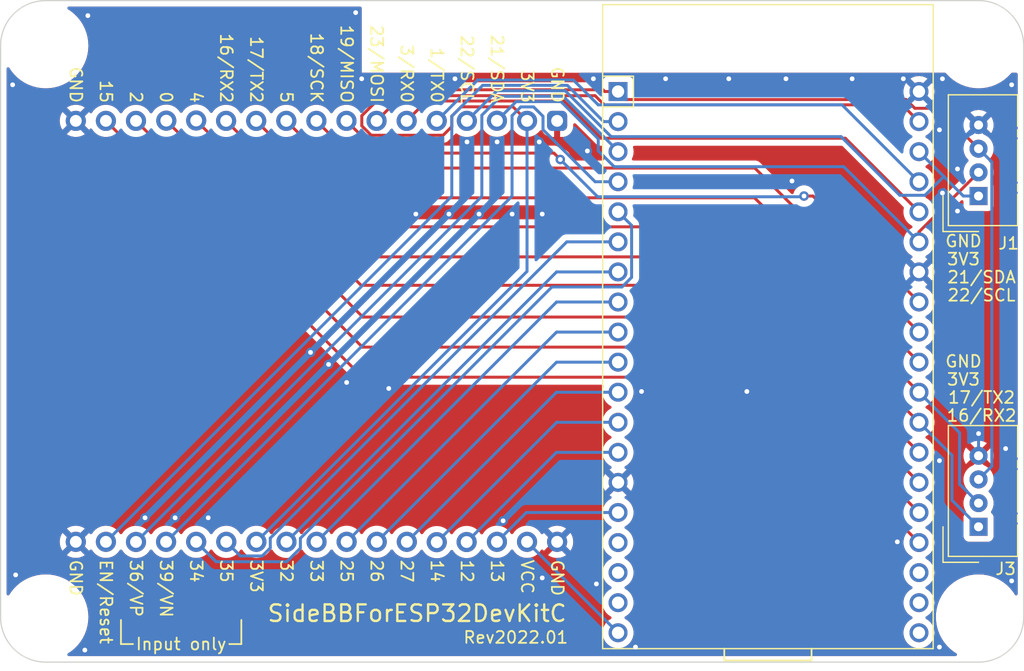
<source format=kicad_pcb>
(kicad_pcb (version 20211014) (generator pcbnew)
  (layers (0 "F.Cu" signal) (31 "B.Cu" signal) (34 "B.Paste" user) (35 "F.Paste" user) (36 "B.SilkS" user "B.Silkscreen") (37 "F.SilkS" user "F.Silkscreen") (38 "B.Mask" user) (39 "F.Mask" user) (44 "Edge.Cuts" user))
  (net 0 "")
  (net 1 "/22_SCL")
  (net 2 "/21_SDA")
  (net 3 "VCC")
  (net 4 "GND")
  (net 5 "+3V3")
  (net 6 "/1_TX0")
  (net 7 "/3_RX0")
  (net 8 "/23_MOSI")
  (net 9 "/19_MISO")
  (net 10 "/18_SCK")
  (net 11 "/5")
  (net 12 "/17_TX2")
  (net 13 "/16_RX2")
  (net 14 "/4")
  (net 15 "/0")
  (net 16 "/2")
  (net 17 "/15")
  (net 18 "/13")
  (net 19 "/12")
  (net 20 "/14")
  (net 21 "/27")
  (net 22 "/26")
  (net 23 "/25")
  (net 24 "/33")
  (net 25 "/32")
  (net 26 "/35")
  (net 27 "/34")
  (net 28 "/39_vn")
  (net 29 "/36_vp")
  (net 30 "/en_reset")
  (footprint "asukiaaa-kicad-footprints:ESP32-DEVKITC-32D" (layer "F.Cu") (at 198.17 55.9416)
    (fp_text reference "U1" hide)
    (fp_text value "ESP32-DEVKITC-32D")
    (fp_line (start 26.6 47.06) (end -1.3 47.06) (layer "F.SilkS") (width 0.12))
    (fp_line (start 16.3322 48.0568) (end 16.3322 47.0662) (layer "F.SilkS") (width 0.15))
    (fp_line (start -1.3 47.06) (end -1.3 -7.34) (layer "F.SilkS") (width 0.12))
    (fp_line (start 8.9662 47.0662) (end 8.9662 48.0568) (layer "F.SilkS") (width 0.15))
    (fp_line (start -1.3 -7.34) (end 26.6 -7.34) (layer "F.SilkS") (width 0.12))
    (fp_line (start 8.9662 48.0568) (end 16.3322 48.0568) (layer "F.SilkS") (width 0.15))
    (fp_line (start -1.3 -1.3) (end 1.3 -1.3) (layer "F.SilkS") (width 0.12))
    (fp_line (start 26.6 -7.34) (end 26.6 47.06) (layer "F.SilkS") (width 0.12))
    (fp_line (start 1.3 1.3) (end -1.3 1.3) (layer "F.SilkS") (width 0.12))
    (fp_line (start 1.3 -1.3) (end 1.3 1.3) (layer "F.SilkS") (width 0.12))
    (pad "1" thru_hole rect locked (at 0 0) (size 1.6 1.6) (drill 1.04) (layers *.Cu *.Mask) (net 5 "+3V3"))
    (pad "2" thru_hole circle locked (at 0 2.54) (size 1.6 1.6) (drill 1.04) (layers *.Cu *.Mask) (net 30 "/en_reset"))
    (pad "3" thru_hole circle locked (at 0 5.08) (size 1.6 1.6) (drill 1.04) (layers *.Cu *.Mask) (net 29 "/36_vp"))
    (pad "4" thru_hole circle locked (at 0 7.62) (size 1.6 1.6) (drill 1.04) (layers *.Cu *.Mask) (net 28 "/39_vn"))
    (pad "5" thru_hole circle locked (at 0 10.16) (size 1.6 1.6) (drill 1.04) (layers *.Cu *.Mask) (net 27 "/34"))
    (pad "6" thru_hole circle locked (at 0 12.7) (size 1.6 1.6) (drill 1.04) (layers *.Cu *.Mask) (net 26 "/35"))
    (pad "7" thru_hole circle locked (at 0 15.24) (size 1.6 1.6) (drill 1.04) (layers *.Cu *.Mask) (net 25 "/32"))
    (pad "8" thru_hole circle locked (at 0 17.78) (size 1.6 1.6) (drill 1.04) (layers *.Cu *.Mask) (net 24 "/33"))
    (pad "9" thru_hole circle locked (at 0 20.32) (size 1.6 1.6) (drill 1.04) (layers *.Cu *.Mask) (net 23 "/25"))
    (pad "10" thru_hole circle locked (at 0 22.86) (size 1.6 1.6) (drill 1.04) (layers *.Cu *.Mask) (net 22 "/26"))
    (pad "11" thru_hole circle locked (at 0 25.4) (size 1.6 1.6) (drill 1.04) (layers *.Cu *.Mask) (net 21 "/27"))
    (pad "12" thru_hole circle locked (at 0 27.94) (size 1.6 1.6) (drill 1.04) (layers *.Cu *.Mask) (net 20 "/14"))
    (pad "13" thru_hole circle locked (at 0 30.48) (size 1.6 1.6) (drill 1.04) (layers *.Cu *.Mask) (net 19 "/12"))
    (pad "14" thru_hole circle locked (at 0 33.02) (size 1.6 1.6) (drill 1.04) (layers *.Cu *.Mask) (net 4 "GND"))
    (pad "15" thru_hole circle locked (at 0 35.56) (size 1.6 1.6) (drill 1.04) (layers *.Cu *.Mask) (net 18 "/13"))
    (pad "16" thru_hole circle locked (at 0 38.1) (size 1.6 1.6) (drill 1.04) (layers *.Cu *.Mask))
    (pad "17" thru_hole circle locked (at 0 40.64) (size 1.6 1.6) (drill 1.04) (layers *.Cu *.Mask))
    (pad "18" thru_hole circle locked (at 0 43.18) (size 1.6 1.6) (drill 1.04) (layers *.Cu *.Mask))
    (pad "19" thru_hole circle locked (at 0 45.72) (size 1.6 1.6) (drill 1.04) (layers *.Cu *.Mask) (net 3 "VCC"))
    (pad "20" thru_hole circle locked (at 25.4 0) (size 1.6 1.6) (drill 1.04) (layers *.Cu *.Mask) (net 4 "GND"))
    (pad "21" thru_hole circle locked (at 25.4 2.54) (size 1.6 1.6) (drill 1.04) (layers *.Cu *.Mask) (net 8 "/23_MOSI"))
    (pad "22" thru_hole circle locked (at 25.4 5.08) (size 1.6 1.6) (drill 1.04) (layers *.Cu *.Mask) (net 1 "/22_SCL"))
    (pad "23" thru_hole circle locked (at 25.4 7.62) (size 1.6 1.6) (drill 1.04) (layers *.Cu *.Mask) (net 6 "/1_TX0"))
    (pad "24" thru_hole circle locked (at 25.4 10.16) (size 1.6 1.6) (drill 1.04) (layers *.Cu *.Mask) (net 7 "/3_RX0"))
    (pad "25" thru_hole circle locked (at 25.4 12.7) (size 1.6 1.6) (drill 1.04) (layers *.Cu *.Mask) (net 2 "/21_SDA"))
    (pad "26" thru_hole circle locked (at 25.4 15.24) (size 1.6 1.6) (drill 1.04) (layers *.Cu *.Mask) (net 4 "GND"))
    (pad "27" thru_hole circle locked (at 25.4 17.78) (size 1.6 1.6) (drill 1.04) (layers *.Cu *.Mask) (net 9 "/19_MISO"))
    (pad "28" thru_hole circle locked (at 25.4 20.32) (size 1.6 1.6) (drill 1.04) (layers *.Cu *.Mask) (net 10 "/18_SCK"))
    (pad "29" thru_hole circle locked (at 25.4 22.86) (size 1.6 1.6) (drill 1.04) (layers *.Cu *.Mask) (net 11 "/5"))
    (pad "30" thru_hole circle locked (at 25.4 25.4) (size 1.6 1.6) (drill 1.04) (layers *.Cu *.Mask) (net 12 "/17_TX2"))
    (pad "31" thru_hole circle locked (at 25.4 27.94) (size 1.6 1.6) (drill 1.04) (layers *.Cu *.Mask) (net 13 "/16_RX2"))
    (pad "32" thru_hole circle locked (at 25.4 30.48) (size 1.6 1.6) (drill 1.04) (layers *.Cu *.Mask) (net 14 "/4"))
    (pad "33" thru_hole circle locked (at 25.4 33.02) (size 1.6 1.6) (drill 1.04) (layers *.Cu *.Mask) (net 15 "/0"))
    (pad "34" thru_hole circle locked (at 25.4 35.56) (size 1.6 1.6) (drill 1.04) (layers *.Cu *.Mask) (net 16 "/2"))
    (pad "35" thru_hole circle locked (at 25.4 38.1) (size 1.6 1.6) (drill 1.04) (layers *.Cu *.Mask) (net 17 "/15"))
    (pad "36" thru_hole circle locked (at 25.4 40.64) (size 1.6 1.6) (drill 1.04) (layers *.Cu *.Mask))
    (pad "37" thru_hole circle locked (at 25.4 43.18) (size 1.6 1.6) (drill 1.04) (layers *.Cu *.Mask))
    (pad "38" thru_hole circle locked (at 25.4 45.72) (size 1.6 1.6) (drill 1.04) (layers *.Cu *.Mask))
  )
  (footprint "MountingHole:MountingHole_3.2mm_M3" (layer "F.Cu") (at 228.6 100.33)
    (fp_text reference "REF2" hide)
    (fp_text value "MountingHole_3.2mm_M3" hide)
    (pad "" np_thru_hole circle locked (at 0 0) (size 3.2 3.2) (drill 3.2) (layers *.Cu *.Mask))
  )
  (footprint "MountingHole:MountingHole_3.2mm_M3" (layer "F.Cu") (at 149.86 52.07)
    (fp_text reference "REF4" hide)
    (fp_text value "MountingHole_3.2mm_M3" hide)
    (pad "" np_thru_hole circle locked (at 0 0) (size 3.2 3.2) (drill 3.2) (layers *.Cu *.Mask))
  )
  (footprint "MountingHole:MountingHole_3.2mm_M3" (layer "F.Cu") (at 149.86 100.33)
    (fp_text reference "REF3" hide)
    (fp_text value "MountingHole_3.2mm_M3" hide)
    (pad "" np_thru_hole circle locked (at 0 0) (size 3.2 3.2) (drill 3.2) (layers *.Cu *.Mask))
  )
  (footprint "Connector:NS-Tech_Grove_1x04_P2mm_Vertical" (layer "F.Cu") (at 228.6 92.71 180)
    (fp_text reference "J3" (at -2.286 -3.556) (layer "F.SilkS"))
    (fp_text value "Grove-I2C-connector")
    (fp_line (start -3.3 0.4) (end -3.3 1) (layer "F.SilkS") (width 0.12))
    (fp_line (start 0 -3) (end 3 -3) (layer "F.SilkS") (width 0.12))
    (fp_line (start 3 -3) (end 3 0) (layer "F.SilkS") (width 0.12))
    (fp_line (start -3.3 1.25) (end -3.3 4.75) (layer "F.SilkS") (width 0.12))
    (fp_line (start -3.3 8.55) (end 2.55 8.55) (layer "F.SilkS") (width 0.12))
    (fp_line (start -3.3 -2.5) (end -3.3 0.15) (layer "F.SilkS") (width 0.12))
    (fp_line (start -3.3 5.9) (end -3.3 8.55) (layer "F.SilkS") (width 0.12))
    (fp_line (start -3.3 5) (end -3.3 5.6) (layer "F.SilkS") (width 0.12))
    (fp_line (start -3.3 -2.5) (end 2.55 -2.5) (layer "F.SilkS") (width 0.12))
    (fp_line (start 2.55 -2.5) (end 2.55 8.55) (layer "F.SilkS") (width 0.12))
    (pad "1" thru_hole rect locked (at 0 0 180) (size 1.524 1.524) (drill 0.762) (layers *.Cu *.Mask) (net 13 "/16_RX2"))
    (pad "2" thru_hole circle locked (at 0 2 180) (size 1.524 1.524) (drill 0.762) (layers *.Cu *.Mask) (net 12 "/17_TX2"))
    (pad "3" thru_hole circle locked (at 0 4 180) (size 1.524 1.524) (drill 0.762) (layers *.Cu *.Mask) (net 5 "+3V3"))
    (pad "4" thru_hole circle locked (at 0 6 180) (size 1.524 1.524) (drill 0.762) (layers *.Cu *.Mask) (net 4 "GND"))
  )
  (footprint "Connector:NS-Tech_Grove_1x04_P2mm_Vertical" (layer "F.Cu") (at 228.6 64.77 180)
    (fp_text reference "J1" (at -2.54 -4) (layer "F.SilkS"))
    (fp_text value "Grove-I2C-connector")
    (fp_line (start -3.3 5.9) (end -3.3 8.55) (layer "F.SilkS") (width 0.12))
    (fp_line (start -3.3 0.4) (end -3.3 1) (layer "F.SilkS") (width 0.12))
    (fp_line (start -3.3 1.25) (end -3.3 4.75) (layer "F.SilkS") (width 0.12))
    (fp_line (start -3.3 -2.5) (end -3.3 0.15) (layer "F.SilkS") (width 0.12))
    (fp_line (start 3 -3) (end 3 0) (layer "F.SilkS") (width 0.12))
    (fp_line (start 2.55 -2.5) (end 2.55 8.55) (layer "F.SilkS") (width 0.12))
    (fp_line (start -3.3 5) (end -3.3 5.6) (layer "F.SilkS") (width 0.12))
    (fp_line (start -3.3 8.55) (end 2.55 8.55) (layer "F.SilkS") (width 0.12))
    (fp_line (start -3.3 -2.5) (end 2.55 -2.5) (layer "F.SilkS") (width 0.12))
    (fp_line (start 0 -3) (end 3 -3) (layer "F.SilkS") (width 0.12))
    (pad "1" thru_hole rect locked (at 0 0 180) (size 1.524 1.524) (drill 0.762) (layers *.Cu *.Mask) (net 1 "/22_SCL"))
    (pad "2" thru_hole circle locked (at 0 2 180) (size 1.524 1.524) (drill 0.762) (layers *.Cu *.Mask) (net 2 "/21_SDA"))
    (pad "3" thru_hole circle locked (at 0 4 180) (size 1.524 1.524) (drill 0.762) (layers *.Cu *.Mask) (net 5 "+3V3"))
    (pad "4" thru_hole circle locked (at 0 6 180) (size 1.524 1.524) (drill 0.762) (layers *.Cu *.Mask) (net 4 "GND"))
  )
  (footprint "asukiaaa-kicad-footprints:mini-bread-board-1x17x2" (layer "F.Cu") (at 172.72 76.2 -90)
    (fp_text reference "J2" hide)
    (fp_text value "mini-bread-board-1x17x2")
    (pad "1" thru_hole roundrect (at -17.78 -20.306594) (size 1.7 1.7) (drill 1) (layers *.Cu *.Mask) (net 4 "GND"))
    (pad "2" thru_hole circle (at -17.78 -17.766594 270) (size 1.7 1.7) (drill 1) (layers *.Cu *.Mask) (net 5 "+3V3"))
    (pad "3" thru_hole circle (at -17.789586 -15.226594 270) (size 1.7 1.7) (drill 1) (layers *.Cu *.Mask) (net 2 "/21_SDA"))
    (pad "4" thru_hole circle (at -17.78 -12.686594 270) (size 1.7 1.7) (drill 1) (layers *.Cu *.Mask) (net 1 "/22_SCL"))
    (pad "5" thru_hole circle (at -17.78 -10.146594 270) (size 1.7 1.7) (drill 1) (layers *.Cu *.Mask) (net 6 "/1_TX0"))
    (pad "6" thru_hole circle (at -17.78 -7.606594 270) (size 1.7 1.7) (drill 1) (layers *.Cu *.Mask) (net 7 "/3_RX0"))
    (pad "7" thru_hole circle (at -17.78 -5.066594 270) (size 1.7 1.7) (drill 1) (layers *.Cu *.Mask) (net 8 "/23_MOSI"))
    (pad "8" thru_hole circle (at -17.78 -2.526594 270) (size 1.7 1.7) (drill 1) (layers *.Cu *.Mask) (net 9 "/19_MISO"))
    (pad "9" thru_hole circle (at -17.78 0.013406 270) (size 1.7 1.7) (drill 1) (layers *.Cu *.Mask) (net 10 "/18_SCK"))
    (pad "10" thru_hole circle (at -17.78 2.553406 270) (size 1.7 1.7) (drill 1) (layers *.Cu *.Mask) (net 11 "/5"))
    (pad "11" thru_hole circle (at -17.78 5.093406 270) (size 1.7 1.7) (drill 1) (layers *.Cu *.Mask) (net 12 "/17_TX2"))
    (pad "12" thru_hole circle (at -17.78 7.633406 270) (size 1.7 1.7) (drill 1) (layers *.Cu *.Mask) (net 13 "/16_RX2"))
    (pad "13" thru_hole circle (at -17.808711 10.16 270) (size 1.7 1.7) (drill 1) (layers *.Cu *.Mask) (net 14 "/4"))
    (pad "14" thru_hole circle (at -17.796615 12.683384 270) (size 1.7 1.7) (drill 1) (layers *.Cu *.Mask) (net 15 "/0"))
    (pad "15" thru_hole circle (at -17.78 15.24 270) (size 1.7 1.7) (drill 1) (layers *.Cu *.Mask) (net 16 "/2"))
    (pad "16" thru_hole circle (at -17.78 17.78 270) (size 1.7 1.7) (drill 1) (layers *.Cu *.Mask) (net 17 "/15"))
    (pad "17" thru_hole circle (at -17.78 20.32 270) (size 1.7 1.7) (drill 1) (layers *.Cu *.Mask) (net 4 "GND"))
    (pad "18" thru_hole circle (at 17.78 20.32 90) (size 1.7 1.7) (drill 1) (layers *.Cu *.Mask) (net 4 "GND"))
    (pad "19" thru_hole circle (at 17.780001 17.78 90) (size 1.7 1.7) (drill 1) (layers *.Cu *.Mask) (net 30 "/en_reset"))
    (pad "20" thru_hole circle (at 17.789587 15.24 90) (size 1.7 1.7) (drill 1) (layers *.Cu *.Mask) (net 29 "/36_vp"))
    (pad "21" thru_hole circle (at 17.780001 12.7 90) (size 1.7 1.7) (drill 1) (layers *.Cu *.Mask) (net 28 "/39_vn"))
    (pad "22" thru_hole circle (at 17.780001 10.16 90) (size 1.7 1.7) (drill 1) (layers *.Cu *.Mask) (net 27 "/34"))
    (pad "23" thru_hole circle (at 17.780001 7.62 90) (size 1.7 1.7) (drill 1) (layers *.Cu *.Mask) (net 26 "/35"))
    (pad "24" thru_hole circle (at 17.780001 5.08 90) (size 1.7 1.7) (drill 1) (layers *.Cu *.Mask) (net 5 "+3V3"))
    (pad "25" thru_hole circle (at 17.780001 2.54 90) (size 1.7 1.7) (drill 1) (layers *.Cu *.Mask) (net 25 "/32"))
    (pad "26" thru_hole circle (at 17.780001 0 90) (size 1.7 1.7) (drill 1) (layers *.Cu *.Mask) (net 24 "/33"))
    (pad "27" thru_hole circle (at 17.780001 -2.54 90) (size 1.7 1.7) (drill 1) (layers *.Cu *.Mask) (net 23 "/25"))
    (pad "28" thru_hole circle (at 17.780001 -5.08 90) (size 1.7 1.7) (drill 1) (layers *.Cu *.Mask) (net 22 "/26"))
    (pad "29" thru_hole circle (at 17.780001 -7.62 90) (size 1.7 1.7) (drill 1) (layers *.Cu *.Mask) (net 21 "/27"))
    (pad "30" thru_hole circle (at 17.808712 -10.146594 90) (size 1.7 1.7) (drill 1) (layers *.Cu *.Mask) (net 20 "/14"))
    (pad "31" thru_hole circle (at 17.796616 -12.669978 90) (size 1.7 1.7) (drill 1) (layers *.Cu *.Mask) (net 19 "/12"))
    (pad "32" thru_hole circle (at 17.780001 -15.226594 90) (size 1.7 1.7) (drill 1) (layers *.Cu *.Mask) (net 18 "/13"))
    (pad "33" thru_hole circle (at 17.780001 -17.766594 90) (size 1.7 1.7) (drill 1) (layers *.Cu *.Mask) (net 3 "VCC"))
    (pad "34" thru_hole circle (at 17.780001 -20.306594 90) (size 1.7 1.7) (drill 1) (layers *.Cu *.Mask) (net 4 "GND"))
  )
  (footprint "MountingHole:MountingHole_3.2mm_M3" (layer "F.Cu") (at 228.6 52.07)
    (fp_text reference "REF1" hide)
    (fp_text value "MountingHole_3.2mm_M3" hide)
    (pad "" np_thru_hole circle locked (at 0 0) (size 3.2 3.2) (drill 3.2) (layers *.Cu *.Mask))
  )
  (gr_line (start 156.21 102.616) (end 157.226 102.616) (layer "F.SilkS") (width 0.15))
  (gr_line (start 156.21 100.584) (end 156.21 102.616) (layer "F.SilkS") (width 0.15))
  (gr_line (start 165.354 102.616) (end 166.37 102.616) (layer "F.SilkS") (width 0.15))
  (gr_line (start 166.37 102.616) (end 166.37 100.584) (layer "F.SilkS") (width 0.15))
  (gr_line (start 146.050001 52.070001) (end 146.050001 100.329999) (layer "Edge.Cuts") (width 0.1))
  (gr_line (start 232.409999 100.329999) (end 232.41 52.07) (layer "Edge.Cuts") (width 0.1))
  (gr_arc (start 232.409999 100.329999) (mid 231.294076 103.024076) (end 228.599999 104.139999) (layer "Edge.Cuts") (width 0.1))
  (gr_line (start 228.6 48.26) (end 149.860001 48.260001) (layer "Edge.Cuts") (width 0.1))
  (gr_line (start 149.860001 104.139999) (end 228.599999 104.139999) (layer "Edge.Cuts") (width 0.1))
  (gr_arc (start 146.050001 52.070001) (mid 147.165924 49.375924) (end 149.860001 48.260001) (layer "Edge.Cuts") (width 0.1))
  (gr_arc (start 149.860001 104.139999) (mid 147.165924 103.024076) (end 146.050001 100.329999) (layer "Edge.Cuts") (width 0.1))
  (gr_arc (start 228.6 48.26) (mid 231.294077 49.375923) (end 232.41 52.07) (layer "Edge.Cuts") (width 0.1))
  (gr_text "25" (at 175.26 96.456572 270) (layer "F.SilkS") (effects (font (size 1 1))))
  (gr_text "GND" (at 193.04 55.372 270) (layer "F.SilkS") (effects (font (size 1 1))))
  (gr_text "4" (at 162.56 56.419619 270) (layer "F.SilkS") (effects (font (size 1 1))))
  (gr_text "3V3" (at 167.64 96.885143 270) (layer "F.SilkS") (effects (font (size 1 1))))
  (gr_text "12" (at 185.42 96.456572 270) (layer "F.SilkS") (effects (font (size 1 1))))
  (gr_text "18/SCK" (at 172.72 53.943429 270) (layer "F.SilkS") (effects (font (size 1 1))))
  (gr_text "GND" (at 227.33 78.74) (layer "F.SilkS") (effects (font (size 1 1))))
  (gr_text "Input only" (at 161.29 102.616) (layer "F.SilkS") (effects (font (size 1 1))))
  (gr_text "22/SCL" (at 185.42 54.038667 270) (layer "F.SilkS") (effects (font (size 1 1))))
  (gr_text "3V3" (at 227.33 70.104) (layer "F.SilkS") (effects (font (size 1 1))))
  (gr_text "3/RX0" (at 180.34 54.443429 270) (layer "F.SilkS") (effects (font (size 1 1))))
  (gr_text "15" (at 154.94 55.943429 270) (layer "F.SilkS") (effects (font (size 1 1))))
  (gr_text "GND" (at 193.04 97.028 270) (layer "F.SilkS") (effects (font (size 1 1))))
  (gr_text "33" (at 172.72 96.456572 270) (layer "F.SilkS") (effects (font (size 1 1))))
  (gr_text "19/MISO" (at 175.26 53.610095 270) (layer "F.SilkS") (effects (font (size 1 1))))
  (gr_text "35" (at 165.1 96.456572 270) (layer "F.SilkS") (effects (font (size 1 1))))
  (gr_text "39/VN" (at 160.02 97.932762 270) (layer "F.SilkS") (effects (font (size 1 1))))
  (gr_text "14" (at 182.88 96.456572 270) (layer "F.SilkS") (effects (font (size 1 1))))
  (gr_text "SideBBForESP32DevKitC" (at 181.2036 100.0252) (layer "F.SilkS") (effects (font (size 1.4 1.4) (thickness 0.2))))
  (gr_text "17/TX2" (at 167.64 54.086286 270) (layer "F.SilkS") (effects (font (size 1 1))))
  (gr_text "17/TX2" (at 228.854 81.788) (layer "F.SilkS") (effects (font (size 1 1))))
  (gr_text "Rev2022.01" (at 189.5348 102.0572) (layer "F.SilkS") (effects (font (size 1 1))))
  (gr_text "21/SDA" (at 187.96 54.014857 270) (layer "F.SilkS") (effects (font (size 1 1))))
  (gr_text "EN/Reset" (at 154.94 99.05181 270) (layer "F.SilkS") (effects (font (size 1 1))))
  (gr_text "23/MOSI" (at 177.8 53.610095 270) (layer "F.SilkS") (effects (font (size 1 1))))
  (gr_text "GND" (at 227.33 68.58) (layer "F.SilkS") (effects (font (size 1 1))))
  (gr_text "3V3" (at 227.33 80.264) (layer "F.SilkS") (effects (font (size 1 1))))
  (gr_text "GND" (at 152.4 97.028 270) (layer "F.SilkS") (effects (font (size 1 1))))
  (gr_text "16/RX2" (at 228.854 83.312) (layer "F.SilkS") (effects (font (size 1 1))))
  (gr_text "21/SDA" (at 228.854 71.628) (layer "F.SilkS") (effects (font (size 1 1))))
  (gr_text "1/TX0" (at 182.88 54.562476 270) (layer "F.SilkS") (effects (font (size 1 1))))
  (gr_text "5" (at 170.18 56.419619 270) (layer "F.SilkS") (effects (font (size 1 1))))
  (gr_text "13" (at 187.96 96.456572 270) (layer "F.SilkS") (effects (font (size 1 1))))
  (gr_text "36/VP" (at 157.48 97.908953 270) (layer "F.SilkS") (effects (font (size 1 1))))
  (gr_text "27" (at 180.34 96.456572 270) (layer "F.SilkS") (effects (font (size 1 1))))
  (gr_text "2" (at 157.48 56.419619 270) (layer "F.SilkS") (effects (font (size 1 1))))
  (gr_text "VCC" (at 190.5 96.932762 270) (layer "F.SilkS") (effects (font (size 1 1))))
  (gr_text "26" (at 177.8 96.456572 270) (layer "F.SilkS") (effects (font (size 1 1))))
  (gr_text "0" (at 160.02 56.419619 270) (layer "F.SilkS") (effects (font (size 1 1))))
  (gr_text "3V3" (at 190.5 55.514857 270) (layer "F.SilkS") (effects (font (size 1 1))))
  (gr_text "34" (at 162.56 96.456572 270) (layer "F.SilkS") (effects (font (size 1 1))))
  (gr_text "GND" (at 152.4 55.372 270) (layer "F.SilkS") (effects (font (size 1 1))))
  (gr_text "22/SCL" (at 228.854 73.152) (layer "F.SilkS") (effects (font (size 1 1))))
  (gr_text "32" (at 170.18 96.456572 270) (layer "F.SilkS") (effects (font (size 1 1))))
  (gr_text "16/RX2" (at 165.1 53.967238 270) (layer "F.SilkS") (effects (font (size 1 1))))
  (segment (start 221.9481 64.7055) (end 224.0827 64.7055) (width 0.25) (layer "B.Cu") (net 1))
  (segment (start 228.6 64.77) (end 227.3184 64.77) (width 0.25) (layer "B.Cu") (net 1))
  (segment (start 225.6683 63.1199) (end 223.57 61.0216) (width 0.25) (layer "B.Cu") (net 1))
  (segment (start 227.3184 64.77) (end 225.6683 63.1199) (width 0.25) (layer "B.Cu") (net 1))
  (segment (start 193.706 55.8727) (end 197.5849 59.7516) (width 0.25) (layer "B.Cu") (net 1))
  (segment (start 224.0827 64.7055) (end 225.6683 63.1199) (width 0.25) (layer "B.Cu") (net 1))
  (segment (start 185.4066 58.42) (end 187.9539 55.8727) (width 0.25) (layer "B.Cu") (net 1))
  (segment (start 216.9942 59.7516) (end 221.9481 64.7055) (width 0.25) (layer "B.Cu") (net 1))
  (segment (start 187.9539 55.8727) (end 193.706 55.8727) (width 0.25) (layer "B.Cu") (net 1))
  (segment (start 197.5849 59.7516) (end 216.9942 59.7516) (width 0.25) (layer "B.Cu") (net 1))
  (segment (start 223.57 67.8) (end 223.57 68.6416) (width 0.25) (layer "F.Cu") (net 2))
  (segment (start 228.6 62.77) (end 223.57 67.8) (width 0.25) (layer "F.Cu") (net 2))
  (segment (start 187.9466 58.4104) (end 189.564 56.793) (width 0.25) (layer "B.Cu") (net 2))
  (segment (start 197.8406 62.2916) (end 217.22 62.2916) (width 0.25) (layer "B.Cu") (net 2))
  (segment (start 193.3525 56.793) (end 196.4992 59.9397) (width 0.25) (layer "B.Cu") (net 2))
  (segment (start 217.22 62.2916) (end 223.57 68.6416) (width 0.25) (layer "B.Cu") (net 2))
  (segment (start 196.4992 59.9397) (end 196.4992 60.9502) (width 0.25) (layer "B.Cu") (net 2))
  (segment (start 189.564 56.793) (end 193.3525 56.793) (width 0.25) (layer "B.Cu") (net 2))
  (segment (start 196.4992 60.9502) (end 197.8406 62.2916) (width 0.25) (layer "B.Cu") (net 2))
  (segment (start 198.1682 101.6616) (end 198.17 101.6616) (width 0.25) (layer "B.Cu") (net 3))
  (segment (start 190.4866 93.98) (end 198.1682 101.6616) (width 0.25) (layer "B.Cu") (net 3))
  (segment (start 196.088 54.864) (end 196.21698 54.73502) (width 0.25) (layer "F.Cu") (net 4))
  (segment (start 202.05502 54.73502) (end 202.184 54.864) (width 0.25) (layer "F.Cu") (net 4))
  (via (at 226.822 66.04) (size 0.8) (drill 0.4) (layers "F.Cu" "B.Cu") (net 4))
  (via (at 231.394 97.282) (size 0.8) (drill 0.4) (layers "F.Cu" "B.Cu") (net 4))
  (via (at 178.816 81.026) (size 0.8) (drill 0.4) (layers "F.Cu" "B.Cu") (net 4))
  (via (at 217.932 54.864) (size 0.8) (drill 0.4) (layers "F.Cu" "B.Cu") (net 4))
  (via (at 195.58 60.96) (size 0.8) (drill 0.4) (layers "F.Cu" "B.Cu") (net 4))
  (via (at 196.088 54.864) (size 0.8) (drill 0.4) (layers "F.Cu" "B.Cu") (net 4))
  (via (at 191.77 66.294) (size 0.8) (drill 0.4) (layers "F.Cu" "B.Cu") (net 4))
  (via (at 209.042 81.28) (size 0.8) (drill 0.4) (layers "F.Cu" "B.Cu") (net 4))
  (via (at 189.23 66.294) (size 0.8) (drill 0.4) (layers "F.Cu" "B.Cu") (net 4))
  (via (at 185.42 60.198) (size 0.8) (drill 0.4) (layers "F.Cu" "B.Cu") (net 4))
  (via (at 153.162 103.124) (size 0.8) (drill 0.4) (layers "F.Cu" "B.Cu") (net 4))
  (via (at 202.184 54.864) (size 0.8) (drill 0.4) (layers "F.Cu" "B.Cu") (net 4))
  (via (at 158.242 91.948) (size 0.8) (drill 0.4) (layers "F.Cu" "B.Cu") (net 4))
  (via (at 199.644 102.87) (size 0.8) (drill 0.4) (layers "F.Cu" "B.Cu") (net 4))
  (via (at 163.576 91.948) (size 0.8) (drill 0.4) (layers "F.Cu" "B.Cu") (net 4))
  (via (at 222.25 54.864) (size 0.8) (drill 0.4) (layers "F.Cu" "B.Cu") (net 4))
  (via (at 188.468 92.202) (size 0.8) (drill 0.4) (layers "F.Cu" "B.Cu") (net 4))
  (via (at 191.77 97.028) (size 0.8) (drill 0.4) (layers "F.Cu" "B.Cu") (net 4))
  (via (at 228.6 84.836) (size 0.8) (drill 0.4) (layers "F.Cu" "B.Cu") (net 4))
  (via (at 153.416 49.53) (size 0.8) (drill 0.4) (layers "F.Cu" "B.Cu") (net 4))
  (via (at 181.102 66.294) (size 0.8) (drill 0.4) (layers "F.Cu" "B.Cu") (net 4))
  (via (at 173.736 78.994) (size 0.8) (drill 0.4) (layers "F.Cu" "B.Cu") (net 4))
  (via (at 196.342 97.536) (size 0.8) (drill 0.4) (layers "F.Cu" "B.Cu") (net 4))
  (via (at 231.394 55.372) (size 0.8) (drill 0.4) (layers "F.Cu" "B.Cu") (net 4))
  (via (at 160.782 91.948) (size 0.8) (drill 0.4) (layers "F.Cu" "B.Cu") (net 4))
  (via (at 225.552 54.864) (size 0.8) (drill 0.4) (layers "F.Cu" "B.Cu") (net 4))
  (via (at 207.518 54.864) (size 0.8) (drill 0.4) (layers "F.Cu" "B.Cu") (net 4))
  (via (at 147.066 55.372) (size 0.8) (drill 0.4) (layers "F.Cu" "B.Cu") (net 4))
  (via (at 176.53 54.864) (size 0.8) (drill 0.4) (layers "F.Cu" "B.Cu") (net 4))
  (via (at 175.26 80.518) (size 0.8) (drill 0.4) (layers "F.Cu" "B.Cu") (net 4))
  (via (at 172.212 77.978) (size 0.8) (drill 0.4) (layers "F.Cu" "B.Cu") (net 4))
  (via (at 183.896 66.294) (size 0.8) (drill 0.4) (layers "F.Cu" "B.Cu") (net 4))
  (via (at 226.822 62.484) (size 0.8) (drill 0.4) (layers "F.Cu" "B.Cu") (net 4))
  (via (at 225.298 59.182) (size 0.8) (drill 0.4) (layers "F.Cu" "B.Cu") (net 4))
  (via (at 212.344 54.864) (size 0.8) (drill 0.4) (layers "F.Cu" "B.Cu") (net 4))
  (via (at 225.552 64.516) (size 0.8) (drill 0.4) (layers "F.Cu" "B.Cu") (net 4))
  (via (at 147.32 96.774) (size 0.8) (drill 0.4) (layers "F.Cu" "B.Cu") (net 4))
  (via (at 184.404 54.864) (size 0.8) (drill 0.4) (layers "F.Cu" "B.Cu") (net 4))
  (via (at 212.852 63.5) (size 0.8) (drill 0.4) (layers "F.Cu" "B.Cu") (net 4))
  (via (at 225.298 102.87) (size 0.8) (drill 0.4) (layers "F.Cu" "B.Cu") (net 4))
  (via (at 200.152 81.28) (size 0.8) (drill 0.4) (layers "F.Cu" "B.Cu") (net 4))
  (via (at 191.516 60.198) (size 0.8) (drill 0.4) (layers "F.Cu" "B.Cu") (net 4))
  (via (at 230.886 86.106) (size 0.8) (drill 0.4) (layers "F.Cu" "B.Cu") (net 4))
  (via (at 187.96 60.198) (size 0.8) (drill 0.4) (layers "F.Cu" "B.Cu") (net 4))
  (via (at 176.022 49.276) (size 0.8) (drill 0.4) (layers "F.Cu" "B.Cu") (net 4))
  (via (at 225.298 87.122) (size 0.8) (drill 0.4) (layers "F.Cu" "B.Cu") (net 4))
  (via (at 186.436 66.294) (size 0.8) (drill 0.4) (layers "F.Cu" "B.Cu") (net 4))
  (via (at 221.742 93.98) (size 0.8) (drill 0.4) (layers "F.Cu" "B.Cu") (net 4))
  (segment (start 228.6 86.71) (end 228.6 84.836) (width 0.25) (layer "B.Cu") (net 4))
  (segment (start 177.3363 59.6361) (end 176.5396 58.8394) (width 0.25) (layer "F.Cu") (net 5))
  (segment (start 196.8972 55.7941) (end 197.0447 55.9416) (width 0.25) (layer "F.Cu") (net 5))
  (segment (start 190.4866 58.42) (end 189.3016 57.235) (width 0.25) (layer "F.Cu") (net 5))
  (segment (start 225.187089 57.357089) (end 228.6 60.77) (width 0.25) (layer "F.Cu") (net 5))
  (segment (start 222.47948 56.61748) (end 223.219089 57.357089) (width 0.25) (layer "F.Cu") (net 5))
  (segment (start 198.17 55.9416) (end 198.84588 56.61748) (width 0.25) (layer "F.Cu") (net 5))
  (segment (start 189.3016 57.235) (end 184.9201 57.235) (width 0.25) (layer "F.Cu") (net 5))
  (segment (start 178.7344 55.7941) (end 196.8972 55.7941) (width 0.25) (layer "F.Cu") (net 5))
  (segment (start 184.9201 57.235) (end 184.1366 58.0185) (width 0.25) (layer "F.Cu") (net 5))
  (segment (start 198.84588 56.61748) (end 222.47948 56.61748) (width 0.25) (layer "F.Cu") (net 5))
  (segment (start 176.5396 58.8394) (end 176.5396 57.9889) (width 0.25) (layer "F.Cu") (net 5))
  (segment (start 198.17 55.9416) (end 197.0447 55.9416) (width 0.25) (layer "F.Cu") (net 5))
  (segment (start 184.1366 58.0185) (end 184.1366 58.9056) (width 0.25) (layer "F.Cu") (net 5))
  (segment (start 223.219089 57.357089) (end 225.187089 57.357089) (width 0.25) (layer "F.Cu") (net 5))
  (segment (start 176.5396 57.9889) (end 178.7344 55.7941) (width 0.25) (layer "F.Cu") (net 5))
  (segment (start 184.1366 58.9056) (end 183.4061 59.6361) (width 0.25) (layer "F.Cu") (net 5))
  (segment (start 183.4061 59.6361) (end 177.3363 59.6361) (width 0.25) (layer "F.Cu") (net 5))
  (segment (start 190.4866 71.1334) (end 190.4866 58.42) (width 0.25) (layer "B.Cu") (net 5))
  (segment (start 228.6 88.71) (end 229.7219 87.5881) (width 0.25) (layer "B.Cu") (net 5))
  (segment (start 229.7219 87.5881) (end 229.7219 61.8919) (width 0.25) (layer "B.Cu") (net 5))
  (segment (start 229.7219 61.8919) (end 228.6 60.77) (width 0.25) (layer "B.Cu") (net 5))
  (segment (start 167.64 93.98) (end 190.4866 71.1334) (width 0.25) (layer "B.Cu") (net 5))
  (segment (start 186.3185 54.9681) (end 182.8666 58.42) (width 0.25) (layer "B.Cu") (net 6))
  (segment (start 196.495 57.067) (end 194.3961 54.9681) (width 0.25) (layer "B.Cu") (net 6))
  (segment (start 194.3961 54.9681) (end 186.3185 54.9681) (width 0.25) (layer "B.Cu") (net 6))
  (segment (start 217.0754 57.067) (end 196.495 57.067) (width 0.25) (layer "B.Cu") (net 6))
  (segment (start 223.57 63.5616) (end 217.0754 57.067) (width 0.25) (layer "B.Cu") (net 6))
  (segment (start 180.3266 58.42) (end 182.0029 56.7437) (width 0.25) (layer "F.Cu") (net 7))
  (segment (start 182.0029 56.7437) (end 193.5892 56.7437) (width 0.25) (layer "F.Cu") (net 7))
  (segment (start 196.731 59.8855) (end 217.3539 59.8855) (width 0.25) (layer "F.Cu") (net 7))
  (segment (start 193.5892 56.7437) (end 196.731 59.8855) (width 0.25) (layer "F.Cu") (net 7))
  (segment (start 217.3539 59.8855) (end 223.57 66.1016) (width 0.25) (layer "F.Cu") (net 7))
  (segment (start 222.1554 57.067) (end 223.57 58.4816) (width 0.25) (layer "F.Cu") (net 8))
  (segment (start 197.0068 57.067) (end 222.1554 57.067) (width 0.25) (layer "F.Cu") (net 8))
  (segment (start 196.2331 56.2933) (end 197.0068 57.067) (width 0.25) (layer "F.Cu") (net 8))
  (segment (start 179.9133 56.2933) (end 196.2331 56.2933) (width 0.25) (layer "F.Cu") (net 8))
  (segment (start 177.7866 58.42) (end 179.9133 56.2933) (width 0.25) (layer "F.Cu") (net 8))
  (segment (start 213.868 64.77) (end 214.6184 64.77) (width 0.25) (layer "F.Cu") (net 9))
  (segment (start 193.294 61.681) (end 192.7565 61.1435) (width 0.25) (layer "F.Cu") (net 9))
  (segment (start 192.7565 61.1435) (end 177.9701 61.1435) (width 0.25) (layer "F.Cu") (net 9))
  (segment (start 214.6184 64.77) (end 223.57 73.7216) (width 0.25) (layer "F.Cu") (net 9))
  (segment (start 177.9701 61.1435) (end 175.2466 58.42) (width 0.25) (layer "F.Cu") (net 9))
  (via (at 193.294 61.681) (size 0.8) (drill 0.4) (layers "F.Cu" "B.Cu") (net 9))
  (via (at 213.868 64.77) (size 0.8) (drill 0.4) (layers "F.Cu" "B.Cu") (net 9))
  (segment (start 196.4036 64.8316) (end 213.8064 64.8316) (width 0.25) (layer "B.Cu") (net 9))
  (segment (start 213.8064 64.8316) (end 213.868 64.77) (width 0.25) (layer "B.Cu") (net 9))
  (segment (start 193.294 61.681) (end 196.4036 64.7906) (width 0.25) (layer "B.Cu") (net 9))
  (segment (start 196.4036 64.7906) (end 196.4036 64.8316) (width 0.25) (layer "B.Cu") (net 9))
  (segment (start 176.6921 62.4055) (end 209.7139 62.4055) (width 0.25) (layer "F.Cu") (net 10))
  (segment (start 172.7066 58.42) (end 176.6921 62.4055) (width 0.25) (layer "F.Cu") (net 10))
  (segment (start 209.7139 62.4055) (end 223.57 76.2616) (width 0.25) (layer "F.Cu") (net 10))
  (segment (start 176.6685 64.9219) (end 209.6903 64.9219) (width 0.25) (layer "F.Cu") (net 11))
  (segment (start 170.1666 58.42) (end 176.6685 64.9219) (width 0.25) (layer "F.Cu") (net 11))
  (segment (start 209.6903 64.9219) (end 223.57 78.8016) (width 0.25) (layer "F.Cu") (net 11))
  (segment (start 167.6266 58.42) (end 176.5782 67.3716) (width 0.25) (layer "F.Cu") (net 12))
  (segment (start 209.6 67.3716) (end 223.57 81.3416) (width 0.25) (layer "F.Cu") (net 12))
  (segment (start 176.5782 67.3716) (end 209.6 67.3716) (width 0.25) (layer "F.Cu") (net 12))
  (segment (start 223.57 81.3416) (end 227.0005 84.7721) (width 0.25) (layer "B.Cu") (net 12))
  (segment (start 227.0005 89.1105) (end 228.6 90.71) (width 0.25) (layer "B.Cu") (net 12))
  (segment (start 227.0005 84.7721) (end 227.0005 89.1105) (width 0.25) (layer "B.Cu") (net 12))
  (segment (start 176.5782 69.9116) (end 209.6 69.9116) (width 0.25) (layer "F.Cu") (net 13))
  (segment (start 209.6 69.9116) (end 223.57 83.8816) (width 0.25) (layer "F.Cu") (net 13))
  (segment (start 165.0866 58.42) (end 176.5782 69.9116) (width 0.25) (layer "F.Cu") (net 13))
  (segment (start 226.3565 86.6681) (end 226.3565 90.4665) (width 0.25) (layer "B.Cu") (net 13))
  (segment (start 223.57 83.8816) (end 226.3565 86.6681) (width 0.25) (layer "B.Cu") (net 13))
  (segment (start 226.3565 90.4665) (end 228.6 92.71) (width 0.25) (layer "B.Cu") (net 13))
  (segment (start 209.4554 72.307) (end 223.57 86.4216) (width 0.25) (layer "F.Cu") (net 14))
  (segment (start 176.4757 72.307) (end 209.4554 72.307) (width 0.25) (layer "F.Cu") (net 14))
  (segment (start 162.56 58.3913) (end 176.4757 72.307) (width 0.25) (layer "F.Cu") (net 14))
  (segment (start 176.6248 74.9916) (end 209.6 74.9916) (width 0.25) (layer "F.Cu") (net 15))
  (segment (start 209.6 74.9916) (end 223.57 88.9616) (width 0.25) (layer "F.Cu") (net 15))
  (segment (start 160.0366 58.4034) (end 176.6248 74.9916) (width 0.25) (layer "F.Cu") (net 15))
  (segment (start 176.5916 77.5316) (end 209.6 77.5316) (width 0.25) (layer "F.Cu") (net 16))
  (segment (start 157.48 58.42) (end 176.5916 77.5316) (width 0.25) (layer "F.Cu") (net 16))
  (segment (start 209.6 77.5316) (end 223.57 91.5016) (width 0.25) (layer "F.Cu") (net 16))
  (segment (start 209.6 80.0716) (end 223.57 94.0416) (width 0.25) (layer "F.Cu") (net 17))
  (segment (start 176.5916 80.0716) (end 209.6 80.0716) (width 0.25) (layer "F.Cu") (net 17))
  (segment (start 154.94 58.42) (end 176.5916 80.0716) (width 0.25) (layer "F.Cu") (net 17))
  (segment (start 190.425 91.5016) (end 198.17 91.5016) (width 0.25) (layer "B.Cu") (net 18))
  (segment (start 187.9466 93.98) (end 190.425 91.5016) (width 0.25) (layer "B.Cu") (net 18))
  (segment (start 192.965 86.4216) (end 198.17 86.4216) (width 0.25) (layer "B.Cu") (net 19))
  (segment (start 185.39 93.9966) (end 192.965 86.4216) (width 0.25) (layer "B.Cu") (net 19))
  (segment (start 182.8666 94.0087) (end 192.9937 83.8816) (width 0.25) (layer "B.Cu") (net 20))
  (segment (start 192.9937 83.8816) (end 198.17 83.8816) (width 0.25) (layer "B.Cu") (net 20))
  (segment (start 192.9784 81.3416) (end 198.17 81.3416) (width 0.25) (layer "B.Cu") (net 21))
  (segment (start 180.34 93.98) (end 192.9784 81.3416) (width 0.25) (layer "B.Cu") (net 21))
  (segment (start 192.9784 78.8016) (end 198.17 78.8016) (width 0.25) (layer "B.Cu") (net 22))
  (segment (start 177.8 93.98) (end 192.9784 78.8016) (width 0.25) (layer "B.Cu") (net 22))
  (segment (start 175.26 93.98) (end 192.9784 76.2616) (width 0.25) (layer "B.Cu") (net 23))
  (segment (start 192.9784 76.2616) (end 198.17 76.2616) (width 0.25) (layer "B.Cu") (net 23))
  (segment (start 192.9784 73.7216) (end 198.17 73.7216) (width 0.25) (layer "B.Cu") (net 24))
  (segment (start 172.72 93.98) (end 192.9784 73.7216) (width 0.25) (layer "B.Cu") (net 24))
  (segment (start 192.9784 71.1816) (end 198.17 71.1816) (width 0.25) (layer "B.Cu") (net 25))
  (segment (start 170.18 93.98) (end 192.9784 71.1816) (width 0.25) (layer "B.Cu") (net 25))
  (segment (start 166.2917 95.1717) (end 168.1419 95.1717) (width 0.25) (layer "B.Cu") (net 26))
  (segment (start 168.1419 95.1717) (end 168.8154 94.4982) (width 0.25) (layer "B.Cu") (net 26))
  (segment (start 168.8154 94.4982) (end 168.8154 93.6664) (width 0.25) (layer "B.Cu") (net 26))
  (segment (start 168.8154 93.6664) (end 193.8402 68.6416) (width 0.25) (layer "B.Cu") (net 26))
  (segment (start 165.1 93.98) (end 166.2917 95.1717) (width 0.25) (layer "B.Cu") (net 26))
  (segment (start 193.8402 68.6416) (end 198.17 68.6416) (width 0.25) (layer "B.Cu") (net 26))
  (segment (start 171.3554 94.5112) (end 171.3554 93.6824) (width 0.25) (layer "B.Cu") (net 27))
  (segment (start 192.5862 72.4516) (end 198.5041 72.4516) (width 0.25) (layer "B.Cu") (net 27))
  (segment (start 198.5041 72.4516) (end 199.3145 71.6412) (width 0.25) (layer "B.Cu") (net 27))
  (segment (start 162.56 93.98) (end 164.2398 95.6598) (width 0.25) (layer "B.Cu") (net 27))
  (segment (start 199.3145 71.6412) (end 199.3145 67.2461) (width 0.25) (layer "B.Cu") (net 27))
  (segment (start 171.3554 93.6824) (end 192.5862 72.4516) (width 0.25) (layer "B.Cu") (net 27))
  (segment (start 164.2398 95.6598) (end 170.2068 95.6598) (width 0.25) (layer "B.Cu") (net 27))
  (segment (start 199.3145 67.2461) (end 198.17 66.1016) (width 0.25) (layer "B.Cu") (net 27))
  (segment (start 170.2068 95.6598) (end 171.3554 94.5112) (width 0.25) (layer "B.Cu") (net 27))
  (segment (start 189.2215 57.9789) (end 189.2215 64.7785) (width 0.25) (layer "B.Cu") (net 28))
  (segment (start 189.2215 64.7785) (end 160.02 93.98) (width 0.25) (layer "B.Cu") (net 28))
  (segment (start 191.8356 58.0358) (end 191.0432 57.2434) (width 0.25) (layer "B.Cu") (net 28))
  (segment (start 191.8356 59.1637) (end 191.8356 58.0358) (width 0.25) (layer "B.Cu") (net 28))
  (segment (start 189.957 57.2434) (end 189.2215 57.9789) (width 0.25) (layer "B.Cu") (net 28))
  (segment (start 191.0432 57.2434) (end 189.957 57.2434) (width 0.25) (layer "B.Cu") (net 28))
  (segment (start 198.17 63.5616) (end 196.2335 63.5616) (width 0.25) (layer "B.Cu") (net 28))
  (segment (start 196.2335 63.5616) (end 191.8356 59.1637) (width 0.25) (layer "B.Cu") (net 28))
  (segment (start 188.2728 56.3426) (end 193.539 56.3426) (width 0.25) (layer "B.Cu") (net 29))
  (segment (start 157.48 93.9896) (end 186.6719 64.7977) (width 0.25) (layer "B.Cu") (net 29))
  (segment (start 186.6719 64.7977) (end 186.6719 57.9435) (width 0.25) (layer "B.Cu") (net 29))
  (segment (start 193.539 56.3426) (end 198.17 60.9736) (width 0.25) (layer "B.Cu") (net 29))
  (segment (start 198.17 60.9736) (end 198.17 61.0216) (width 0.25) (layer "B.Cu") (net 29))
  (segment (start 186.6719 57.9435) (end 188.2728 56.3426) (width 0.25) (layer "B.Cu") (net 29))
  (segment (start 184.1366 64.7834) (end 184.1366 58.0243) (width 0.25) (layer "B.Cu") (net 30))
  (segment (start 154.94 93.98) (end 184.1366 64.7834) (width 0.25) (layer "B.Cu") (net 30))
  (segment (start 196.9518 58.4816) (end 198.17 58.4816) (width 0.25) (layer "B.Cu") (net 30))
  (segment (start 186.7425 55.4184) (end 193.8886 55.4184) (width 0.25) (layer "B.Cu") (net 30))
  (segment (start 193.8886 55.4184) (end 196.9518 58.4816) (width 0.25) (layer "B.Cu") (net 30))
  (segment (start 184.1366 58.0243) (end 186.7425 55.4184) (width 0.25) (layer "B.Cu") (net 30))
  (zone (net 4) (net_name "GND") (layers F&B.Cu) (connect_pads (clearance 0.508)) (min_thickness 0.254) (fill yes (thermal_gap 0.508) (thermal_bridge_width 0.508))
    (polygon (pts (xy 176.53 54.356) (xy 232.41 54.356) (xy 232.41 104.14) (xy 146.05 104.14) (xy 146.05 48.26) (xy 176.53 48.26)))
  )
)
</source>
